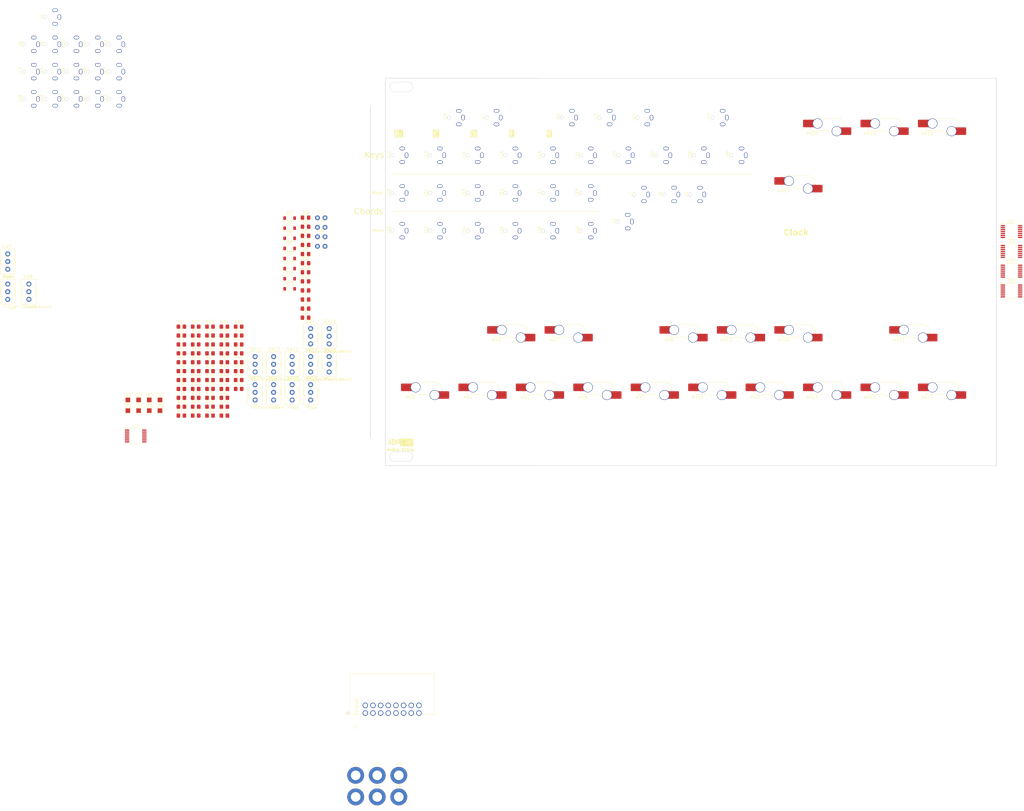
<source format=kicad_pcb>
(kicad_pcb (version 20240108) (generator "pcbnew") (generator_version "8.0")
  (layers (0 "F.Cu" signal) (31 "B.Cu" signal) (34 "B.Paste" user) (35 "F.Paste" user) (36 "B.SilkS" user "B.Silkscreen") (37 "F.SilkS" user "F.Silkscreen") (38 "B.Mask" user) (39 "F.Mask" user) (44 "Edge.Cuts" user))
  (net 0 "")
  (net 1 "+5V")
  (net 2 "+12V")
  (net 3 "-12V")
  (net 4 "/Bus/CON_GATE")
  (net 5 "/Bus/CON_CV")
  (net 12 "KBD_COM")
  (net 13 "KBD_C#")
  (net 14 "KBD_D")
  (net 15 "KBD_B-")
  (net 16 "KBD_C")
  (net 17 "KBD_F")
  (net 18 "KBD_F#")
  (net 19 "KBD_D#")
  (net 20 "KBD_E")
  (net 21 "KBD_A")
  (net 22 "KBD_A#")
  (net 23 "KBD_G")
  (net 24 "KBD_G#")
  (net 25 "KBD_C#+")
  (net 26 "KBD_D+")
  (net 27 "KBD_B")
  (net 28 "KBD_C+")
  (net 29 "TRIG_C#")
  (net 30 "CHORD BMaj-")
  (net 39 "TRIG_C#+")
  (net 40 "ARB TRIGGER IN")
  (net 41 "Net-(C1-Pad1)")
  (net 42 "STEP GATE IN")
  (net 43 "Net-(U8A-+)")
  (net 44 "Net-(C3-Pad1)")
  (net 45 "Net-(U8C-+)")
  (net 46 "RUN GATE IN")
  (net 47 "Net-(C5-Pad1)")
  (net 48 "RESET GATE IN")
  (net 49 "Net-(U9A-+)")
  (net 50 "ARB GATE IN")
  (net 51 "Net-(U9C-+)")
  (net 52 "Net-(C8-Pad1)")
  (net 53 "Net-(D1-K)")
  (net 54 "Net-(D1-A)")
  (net 55 "Net-(D2-K)")
  (net 56 "Net-(D2-A)")
  (net 57 "Net-(D3-A)")
  (net 58 "Net-(D4-A)")
  (net 59 "Net-(D5-A)")
  (net 60 "Net-(D6-K)")
  (net 61 "Net-(D6-A)")
  (net 62 "Net-(D7-A)")
  (net 63 "Net-(D8-A)")
  (net 64 "Net-(D8-K)")
  (net 65 "Net-(D9-A)")
  (net 66 "Net-(D10-A)")
  (net 67 "Net-(D10-K)")
  (net 68 "Net-(D11-A)")
  (net 69 "Net-(D12-K)")
  (net 70 "Net-(D12-A)")
  (net 71 "Net-(D13-A)")
  (net 72 "Net-(D14-A)")
  (net 73 "Net-(D14-K)")
  (net 74 "Net-(D15-A)")
  (net 75 "Net-(D16-K)")
  (net 76 "Net-(D16-A)")
  (net 77 "Net-(MX17-Pad1)")
  (net 78 "Net-(MX18-Pad1)")
  (net 79 "Net-(MX19-Pad1)")
  (net 80 "Net-(MX20-Pad1)")
  (net 81 "+12v")
  (net 82 "Net-(U8A--)")
  (net 83 "-12v")
  (net 84 "Net-(U8B-+)")
  (net 85 "Net-(SW6-A)")
  (net 86 "Net-(SW6-C)")
  (net 87 "Net-(U8C--)")
  (net 88 "Net-(SW9-A)")
  (net 89 "Net-(U8D--)")
  (net 90 "Net-(SW9-C)")
  (net 91 "Net-(U9A--)")
  (net 92 "Net-(SW13-A)")
  (net 93 "Net-(U9B-+)")
  (net 94 "Net-(SW13-C)")
  (net 95 "Net-(U9C--)")
  (net 96 "Net-(SW14-A)")
  (net 97 "Net-(U9D-+)")
  (net 98 "Net-(SW14-C)")
  (net 99 "Net-(SW7-B)")
  (net 100 "CLOCK")
  (net 101 "~{STEP CLK}")
  (net 102 "STEP CLK")
  (net 103 "RUN CLK")
  (net 104 "~{RUN CLK}")
  (net 105 "Net-(SW10-B)")
  (net 106 "Net-(SW11-B)")
  (net 107 "+5v")
  (net 108 "RUN")
  (net 109 "STEP_RESET")
  (net 110 "STEP RST")
  (net 111 "~{STEP RST}")
  (net 112 "ARBITRARY")
  (net 113 "ARB TRIGGER")
  (net 114 "~{ARB TRIGGER}")
  (net 115 "Net-(SW17-B)")
  (net 116 "Net-(SW18-B)")
  (net 117 "Net-(SW19-B)")
  (footprint "Resistor_SMD:R_0805_2012Metric_Pad1.20x1.40mm_HandSolder" (layer "F.Cu") (at 6.585546 135.870387)
    (property "Reference" "R3")
    (property "Value" "100k")
  )
  (footprint "Resistor_SMD:R_0805_2012Metric_Pad1.20x1.40mm_HandSolder" (layer "F.Cu") (at 6.585546 129.970387)
    (property "Reference" "R1")
    (property "Value" "1k")
  )
  (footprint "AT-Footprints:at-logo" (layer "F.Cu") (at 79.418236 166.780441)
    (property "Reference" "G***" (hide yes))
    (property "Value" "LOGO" (hide yes))
  )
  (footprint "Resistor_SMD:R_0805_2012Metric_Pad1.20x1.40mm_HandSolder" (layer "F.Cu") (at 6.585546 138.820387)
    (property "Reference" "R4")
    (property "Value" "100k")
  )
  (footprint "AT-Footprints:SJ3" (layer "F.Cu") (at -45.6725 54.43)
    (property "Reference" "J48")
    (property "Value" "Multiple")
    (fp_circle (center 0 0) (end 0.6 0) (stroke (width 0.1)) (fill none) (layer "Edge.Cuts"))
  )
  (footprint "PCM_marbastlib-mx:SW_MX_HS_CPG151101S11_1u" (layer "F.Cu") (at 162.9775 155.18)
    (property "Reference" "MX5")
    (property "Value" "F")
  )
  (footprint "AT-Footprints:SJ3" (layer "F.Cu") (at -38.5975 27.28)
    (property "Reference" "J4")
    (property "Value" "Multiple")
    (fp_circle (center 0 0) (end 0.6 0) (stroke (width 0.1)) (fill none) (layer "Edge.Cuts"))
  )
  (footprint "PCM_4ms_Switch:Switch_Toggle_SPDT_SubMini" (layer "F.Cu") (at 55.604186 133.150258)
    (property "Reference" "SW10")
    (property "Value" "Clock Invert")
  )
  (footprint "AT-Footprints:SJ3" (layer "F.Cu") (at -31.5225 36.33)
    (property "Reference" "J10")
    (property "Value" "Multiple")
    (fp_circle (center 0 0) (end 0.6 0) (stroke (width 0.1)) (fill none) (layer "Edge.Cuts"))
  )
  (footprint "PCM_4ms_Switch:Switch_Toggle_SPDT_SubMini" (layer "F.Cu") (at 31.037442 151.76)
    (property "Reference" "SW16")
    (property "Value" "Arbitrary Invert")
  )
  (footprint "PCM_marbastlib-mx:SW_MX_HS_CPG151101S11_1u" (layer "F.Cu") (at 124.8775 155.18)
    (property "Reference" "MX2")
    (property "Value" "D")
  )
  (footprint "MountingHole:MountingHole_3.2mm_M3_DIN965_Pad" (layer "F.Cu") (at 71.5375 278.785)
    (property "Reference" "H3")
    (property "Value" "M3")
  )
  (footprint "Diode_SMD:D_SOD-123" (layer "F.Cu") (at 42.490546 117.420387)
    (property "Reference" "D16")
    (property "Value" "1N4148W")
  )
  (footprint "Diode_SMD:D_SOD-123" (layer "F.Cu") (at 42.490546 114.070387)
    (property "Reference" "D14")
    (property "Value" "1N4148W")
  )
  (footprint "Resistor_SMD:R_0805_2012Metric_Pad1.20x1.40mm_HandSolder" (layer "F.Cu") (at 20.835546 144.720387)
    (property "Reference" "R39")
    (property "Value" "100k")
  )
  (footprint "PCM_marbastlib-mx:SW_MX_HS_CPG151101S11_1u" (layer "F.Cu") (at 201.0775 155.18)
    (property "Reference" "MX9")
    (property "Value" "A")
  )
  (footprint "AT-Footprints:SJ3" (layer "F.Cu") (at 89.0525 85.63)
    (property "Reference" "J31")
    (property "Value" "CMaj")
    (fp_circle (center 0 0) (end 0.6 0) (stroke (width 0.1)) (fill none) (layer "Edge.Cuts"))
  )
  (footprint "Resistor_SMD:R_0805_2012Metric_Pad1.20x1.40mm_HandSolder" (layer "F.Cu") (at 6.585546 153.570387)
    (property "Reference" "R9")
    (property "Value" "2.7k")
  )
  (footprint "Resistor_SMD:R_0805_2012Metric_Pad1.20x1.40mm_HandSolder" (layer "F.Cu") (at 16.085546 159.470387)
    (property "Reference" "R33")
    (property "Value" "2.2k")
  )
  (footprint "Capacitor_SMD:C_0805_2012Metric_Pad1.18x1.45mm_HandSolder" (layer "F.Cu") (at 47.765546 123.980387)
    (property "Reference" "C5")
    (property "Value" "1uF")
  )
  (footprint "Resistor_SMD:R_0805_2012Metric_Pad1.20x1.40mm_HandSolder" (layer "F.Cu") (at 20.835546 156.520387)
    (property "Reference" "R43")
    (property "Value" "1k")
  )
  (footprint "AT-Footprints:SJ3" (layer "F.Cu") (at 76.5525 98.13)
    (property "Reference" "J30")
    (property "Value" "Bm-")
    (fp_circle (center 0 0) (end 0.6 0) (stroke (width 0.1)) (fill none) (layer "Edge.Cuts"))
  )
  (footprint "AT-Footprints:SJ3" (layer "F.Cu") (at -24.4475 54.43)
    (property "Reference" "J51")
    (property "Value" "Multiple")
    (fp_circle (center 0 0) (end 0.6 0) (stroke (width 0.1)) (fill none) (layer "Edge.Cuts"))
  )
  (footprint "Capacitor_THT:C_Disc_D3.0mm_W1.6mm_P2.50mm" (layer "F.Cu") (at 51.715546 97.020387)
    (property "Reference" "C4")
    (property "Value" "0.01uF Disc")
  )
  (footprint "Resistor_SMD:R_0805_2012Metric_Pad1.20x1.40mm_HandSolder" (layer "F.Cu") (at 20.835546 138.820387)
    (property "Reference" "R37")
    (property "Value" "2.7k")
  )
  (footprint "LED_SMD:LED_0805_2012Metric_Pad1.15x1.40mm_HandSolder" (layer "F.Cu") (at 47.770546 102.865387)
    (property "Reference" "D7")
    (property "Value" "Fall")
  )
  (footprint "PCM_marbastlib-mx:SW_MX_HS_CPG151101S11_1u" (layer "F.Cu") (at 191.5525 136.13)
    (property "Reference" "MX12")
    (property "Value" "G#")
  )
  (footprint "PCM_marbastlib-mx:SW_MX_HS_CPG151101S11_1u" (layer "F.Cu") (at 239.1775 155.18)
    (property "Reference" "MX16")
    (property "Value" "C+")
  )
  (footprint "Resistor_SMD:R_0805_2012Metric_Pad1.20x1.40mm_HandSolder" (layer "F.Cu") (at 20.835546 159.470387)
    (property "Reference" "R44")
    (property "Value" "2.2k")
  )
  (footprint "Resistor_SMD:R_0805_2012Metric_Pad1.20x1.40mm_HandSolder" (layer "F.Cu") (at 16.085546 132.920387)
    (property "Reference" "R24")
    (property "Value" "2.7k")
  )
  (footprint "TestPoint:TestPoint_Pad_1.5x1.5mm" (layer "F.Cu") (at -7.614454 157.820387)
    (property "Reference" "TP4")
    (property "Value" "Falling")
  )
  (footprint "AT-Footprints:SJ3" (layer "F.Cu") (at 151.5525 73.13)
    (property "Reference" "J23")
    (property "Value" "Trigger A")
    (fp_circle (center 0 0) (end 0.6 0) (stroke (width 0.1)) (fill none) (layer "Edge.Cuts"))
  )
  (footprint "TestPoint:TestPoint_Pad_1.5x1.5mm" (layer "F.Cu") (at -7.614454 154.270387)
    (property "Reference" "TP3")
    (property "Value" "Rising")
  )
  (footprint "AT-Footprints:SJ3" (layer "F.Cu") (at 89.0525 73.13)
    (property "Reference" "J13")
    (property "Value" "Trigger C")
    (fp_circle (center 0 0) (end 0.6 0) (stroke (width 0.1)) (fill none) (layer "Edge.Cuts"))
  )
  (footprint "Resistor_SMD:R_0805_2012Metric_Pad1.20x1.40mm_HandSolder" (layer "F.Cu") (at 11.335546 132.920387)
    (property "Reference" "R13")
    (property "Value" "2.2k")
  )
  (footprint "MountingHole:MountingHole_3.2mm_M3_DIN965_Pad" (layer "F.Cu") (at 64.3875 278.785)
    (property "Reference" "H1")
    (property "Value" "M3")
  )
  (footprint "AT-Footprints:SJ3" (layer "F.Cu") (at 139.0525 85.63)
    (property "Reference" "J39")
    (property "Value" "GMaj")
    (fp_circle (center 0 0) (end 0.6 0) (stroke (width 0.1)) (fill none) (layer "Edge.Cuts"))
  )
  (footprint "Diode_SMD:D_SOD-123" (layer "F.Cu") (at 42.490546 97.320387)
    (property "Reference" "D2")
    (property "Value" "1N4148W")
  )
  (footprint "AT-Footprints:SJ3" (layer "F.Cu") (at 151.315 95.13)
    (property "Reference" "J3")
    (property "Value" "Clock In")
    (fp_circle (center 0 0) (end 0.6 0) (stroke (width 0.1)) (fill none) (layer "Edge.Cuts"))
  )
  (footprint "TestPoint:TestPoint_Pad_1.5x1.5mm" (layer "F.Cu") (at -11.164454 157.820387)
    (property "Reference" "TP2")
    (property "Value" "Falling")
  )
  (footprint "Diode_SMD:D_SOD-123" (layer "F.Cu") (at 42.490546 93.970387)
    (property "Reference" "D1")
    (property "Value" "1N4148W")
  )
  (footprint "Resistor_SMD:R_0805_2012Metric_Pad1.20x1.40mm_HandSolder" (layer "F.Cu") (at 20.835546 135.870387)
    (property "Reference" "R36")
    (property "Value" "1k")
  )
  (footprint "LED_SMD:LED_0805_2012Metric_Pad1.15x1.40mm_HandSolder" (layer "F.Cu") (at 47.770546 114.945387)
    (property "Reference" "D15")
    (property "Value" "Fall")
  )
  (footprint "PCM_marbastlib-mx:SW_MX_HS_CPG151101S11_1u" (layer "F.Cu") (at 172.5025 136.13)
    (property "Reference" "MX6")
    (property "Value" "F#")
  )
  (footprint "Resistor_SMD:R_0805_2012Metric_Pad1.20x1.40mm_HandSolder" (layer "F.Cu") (at 11.335546 159.470387)
    (property "Reference" "R22")
    (property "Value" "1k")
  )
  (footprint "AT-Footprints:SJ3" (layer "F.Cu") (at 114.0525 85.63)
    (property "Reference" "J35")
    (property "Value" "EMaj")
    (fp_circle (center 0 0) (end 0.6 0) (stroke (width 0.1)) (fill none) (layer "Edge.Cuts"))
  )
  (footprint "AT-Footprints:SJ3" (layer "F.Cu") (at 76.5525 73.13)
    (property "Reference" "J12")
    (property "Value" "Trigger B-")
    (fp_circle (center 0 0) (end 0.6 0) (stroke (width 0.1)) (fill none) (layer "Edge.Cuts"))
  )
  (footprint "Resistor_SMD:R_0805_2012Metric_Pad1.20x1.40mm_HandSolder" (layer "F.Cu") (at 25.585546 132.920387)
    (property "Reference" "R46")
    (property "Value" "1k")
  )
  (footprint "Resistor_SMD:R_0805_2012Metric_Pad1.20x1.40mm_HandSolder" (layer "F.Cu") (at 11.335546 147.670387)
    (property "Reference" "R18")
    (property "Value" "2.7k")
  )
  (footprint "PCM_marbastlib-mx:SW_MX_HS_CPG151101S11_1u" (layer "F.Cu") (at 210.6025 86.72)
    (property "Reference" "MX17")
    (property "Value" "Clock")
  )
  (footprint "Package_SO:TSSOP-14_4.4x5mm_P0.65mm" (layer "F.Cu") (at 281.9 98.435)
    (property "Reference" "U1")
    (property "Value" "CD4066BM")
  )
  (footprint "AT-Footprints:SJ3" (layer "F.Cu") (at -45.6725 36.33)
    (property "Reference" "J8")
    (property "Value" "Multiple")
    (fp_circle (center 0 0) (end 0.6 0) (stroke (width 0.1)) (fill none) (layer "Edge.Cuts"))
  )
  (footprint "Resistor_SMD:R_0805_2012Metric_Pad1.20x1.40mm_HandSolder" (layer "F.Cu") (at 6.585546 159.470387)
    (property "Reference" "R11")
    (property "Value" "1k")
  )
  (footprint "AT-Footprints:SJ3" (layer "F.Cu") (at -17.3725 36.33)
    (property "Reference" "J42")
    (property "Value" "Multiple")
    (fp_circle (center 0 0) (end 0.6 0) (stroke (width 0.1)) (fill none) (layer "Edge.Cuts"))
  )
  (footprint "AT-Footprints:SJ3" (layer "F.Cu") (at 76.5525 85.63)
    (property "Reference" "J29")
    (property "Value" "BMaj-")
    (fp_circle (center 0 0) (end 0.6 0) (stroke (width 0.1)) (fill none) (layer "Edge.Cuts"))
  )
  (footprint "PCM_4ms_Switch:Switch_Toggle_SPDT_SubMini" (layer "F.Cu") (at 37.179128 151.76)
    (property "Reference" "SW17")
    (property "Value" "Mode")
  )
  (footprint "AT-Footprints:SJ3" (layer "F.Cu") (at -45.6725 45.38)
    (property "Reference" "J43")
    (property "Value" "Multiple")
    (fp_circle (center 0 0) (end 0.6 0) (stroke (width 0.1)) (fill none) (layer "Edge.Cuts"))
  )
  (footprint "AT-Footprints:SJ3" (layer "F.Cu") (at -31.5225 45.38)
    (property "Reference" "J45")
    (property "Value" "Multiple")
    (fp_circle (center 0 0) (end 0.6 0) (stroke (width 0.1)) (fill none) (layer "Edge.Cuts"))
  )
  (footprint "Resistor_SMD:R_0805_2012Metric_Pad1.20x1.40mm_HandSolder" (layer "F.Cu") (at 11.335546 144.720387)
    (property "Reference" "R17")
    (property "Value" "1k")
  )
  (footprint "Package_SO:TSSOP-14_4.4x5mm_P0.65mm" (layer "F.Cu") (at 281.9 111.565)
    (property "Reference" "U3")
    (property "Value" "CD4066BM")
  )
  (footprint "TestPoint:TestPoint_Pad_1.5x1.5mm" (layer "F.Cu") (at -4.064454 154.270387)
    (property "Reference" "TP5")
    (property "Value" "Rising")
  )
  (footprint "Resistor_SMD:R_0805_2012Metric_Pad1.20x1.40mm_HandSolder" (layer "F.Cu") (at 25.585546 141.770387)
    (property "Reference" "R49")
    (property "Value" "2.2k")
  )
  (footprint "AT-Footprints:SJ3" (layer "F.Cu") (at 126.5525 98.13)
    (property "Reference" "J38")
    (property "Value" "Fm")
    (fp_circle (center 0 0) (end 0.6 0) (stroke (width 0.1)) (fill none) (layer "Edge.Cuts"))
  )
  (footprint "PCM_4ms_Switch:Switch_Toggle_SPDT_SubMini" (layer "F.Cu") (at 55.604186 142.455129)
    (property "Reference" "SW15")
    (property "Value" "Reset Invert")
  )
  (footprint "PCM_marbastlib-mx:SW_MX_HS_CPG151101S11_1u" (layer "F.Cu") (at 143.9275 155.18)
    (property "Reference" "MX8")
    (property "Value" "E")
  )
  (footprint "AT-Footprints:SJ3" (layer "F.Cu") (at 89.0525 98.13)
    (property "Reference" "J32")
    (property "Value" "Cm")
    (fp_circle (center 0 0) (end 0.6 0) (stroke (width 0.1)) (fill none) (layer "Edge.Cuts"))
  )
  (footprint "Capacitor_SMD:C_0805_2012Metric_Pad1.18x1.45mm_HandSolder" (layer "F.Cu") (at 47.765546 120.970387)
    (property "Reference" "C3")
    (property "Value" "1uF")
  )
  (footprint "AT-Footprints:SJ3" (layer "F.Cu") (at 176.5525 73.13)
    (property "Reference" "J26")
    (property "Value" "Trigger C+")
    (fp_circle (center 0 0) (end 0.6 0) (stroke (width 0.1)) (fill none) (layer "Edge.Cuts"))
  )
  (footprint "PCM_marbastlib-mx:SW_MX_HS_CPG151101S11_1u" (layer "F.Cu") (at 134.4025 136.13)
    (property "Reference" "MX7")
    (property "Value" "D#")
  )
  (footprint "Capacitor_SMD:C_0805_2012Metric_Pad1.18x1.45mm_HandSolder" (layer "F.Cu") (at 47.765546 126.990387)
    (property "Reference" "C8")
    (property "Value" "1uF")
  )
  (footprint "AT-Footprints:SJ3" (layer "F.Cu") (at -38.5975 54.43)
    (property "Reference" "J49")
    (property "Value" "Multiple")
    (fp_circle (center 0 0) (end 0.6 0) (stroke (width 0.1)) (fill none) (layer "Edge.Cuts"))
  )
  (footprint "TestPoint:TestPoint_Pad_1.5x1.5mm" (layer "F.Cu") (at -11.164454 154.270387)
    (property "Reference" "TP1")
    (property "Value" "Rising")
  )
  (footprint "AT-Footprints:SJ3" (layer "F.Cu") (at -24.4475 45.38)
    (property "Reference" "J46")
    (property "Value" "Multiple")
    (fp_circle (center 0 0) (end 0.6 0) (stroke (width 0.1)) (fill none) (layer "Edge.Cuts"))
  )
  (footprint "Resistor_SMD:R_0805_2012Metric_Pad1.20x1.40mm_HandSolder" (layer "F.Cu") (at 20.835546 132.920387)
    (property "Reference" "R35")
    (property "Value" "1k")
  )
  (footprint "Resistor_SMD:R_0805_2012Metric_Pad1.20x1.40mm_HandSolder" (layer "F.Cu") (at 16.085546 153.570387)
    (property "Reference" "R31")
    (property "Value" "2.7k")
  )
  (footprint "PCM_4ms_Switch:Switch_Toggle_SPDT_SubMini" (layer "F.Cu") (at 49.4625 133.150258)
    (property "Reference" "SW9")
    (property "Value" "Trigger Direction")
  )
  (footprint "MountingHole:MountingHole_3.2mm_M3_DIN965_Pad" (layer "F.Cu") (at 71.5375 285.935)
    (property "Reference" "H4")
    (property "Value" "M3")
  )
  (footprint "PCM_4ms_Switch:Switch_Toggle_SPDT_SubMini" (layer "F.Cu") (at -50.9975 118.38)
    (property "Reference" "SW6")
    (property "Value" "Trigger Direction")
  )
  (footprint "LED_SMD:LED_0805_2012Metric_Pad1.15x1.40mm_HandSolder" (layer "F.Cu") (at 47.770546 111.925387)
    (property "Reference" "D13")
    (property "Value" "Rise")
  )
  (footprint "Capacitor_THT:C_Disc_D3.0mm_W1.6mm_P2.50mm" (layer "F.Cu") (at 51.715546 103.320387)
    (property "Reference" "C7")
    (property "Value" "0.01uF Disc")
  )
  (footprint "PCM_marbastlib-mx:SW_MX_HS_CPG151101S11_1u" (layer "F.Cu") (at 220.1275 67.67)
    (property "Reference" "MX20")
    (property "Value" "Arbitrary")
  )
  (footprint "AT-Footprints:SJ3" (layer "F.Cu") (at 114.0525 73.13)
    (property "Reference" "J18")
    (property "Value" "Trigger E")
    (fp_circle (center 0 0) (end 0.6 0) (stroke (width 0.1)) (fill none) (layer "Edge.Cuts"))
  )
  (footprint "Diode_SMD:D_SOD-123" (layer "F.Cu") (at 42.490546 100.670387)
    (property "Reference" "D6")
    (property "Value" "1N4148W")
  )
  (footprint "Resistor_SMD:R_0805_2012Metric_Pad1.20x1.40mm_HandSolder" (layer "F.Cu") (at 11.335546 156.520387)
    (property "Reference" "R21")
    (property "Value" "100k")
  )
  (footprint "Resistor_SMD:R_0805_2012Metric_Pad1.20x1.40mm_HandSolder" (layer "F.Cu") (at 16.085546 150.620387)
    (property "Reference" "R30")
    (property "Value" "1k")
  )
  (footprint "AT-Footprints:SJ3" (layer "F.Cu") (at 95.3025 60.63)
    (property "Reference" "J15")
    (property "Value" "Trigger C#")
    (fp_circle (center 0 0) (end 0.6 0) (stroke (width 0.1)) (fill none) (layer "Edge.Cuts"))
  )
  (footprint "Diode_SMD:D_SOD-123" (layer "F.Cu") (at 42.490546 110.720387)
    (property "Reference" "D12")
    (property "Value" "1N4148W")
  )
  (footprint "Resistor_SMD:R_0805_2012Metric_Pad1.20x1.40mm_HandSolder" (layer "F.Cu") (at 6.585546 144.720387)
    (property "Reference" "R6")
    (property "Value" "100k")
  )
  (footprint "AT-Footprints:SJ3" (layer "F.Cu") (at 145.3025 60.63)
    (property "Reference" "J22")
    (property "Value" "Trigger G#")
    (fp_circle (center 0 0) (end 0.6 0) (stroke (width 0.1)) (fill none) (layer "Edge.Cuts"))
  )
  (footprint "PCM_marbastlib-mx:SW_MX_HS_CPG151101S11_1u" (layer "F.Cu") (at 86.7775 155.18)
    (property "Reference" "MX3")
    (property "Value" "B-")
  )
  (footprint "AT-Footprints:SJ3" (layer "F.Cu") (at 126.5525 85.63)
    (property "Reference" "J37")
    (property "Value" "FMaj")
    (fp_circle (center 0 0) (end 0.6 0) (stroke (width 0.1)) (fill none) (layer "Edge.Cuts"))
  )
  (footprint "Resistor_SMD:R_0805_2012Metric_Pad1.20x1.40mm_HandSolder" (layer "F.Cu") (at 16.085546 147.670387)
    (property "Reference" "R29")
    (property "Value" "100k")
  )
  (footprint "LED_SMD:LED_0805_2012Metric_Pad1.15x1.40mm_HandSolder" (layer "F.Cu") (at 47.770546 108.905387)
    (property "Reference" "D11")
    (property "Value" "Fall")
  )
  (footprint "Package_SO:TSSOP-14_4.4x5mm_P0.65mm" (layer "F.Cu") (at -8.564454 166.235387)
    (property "Reference" "U7")
    (property "Value" "40106")
  )
  (footprint "LED_SMD:LED_0805_2012Metric_Pad1.15x1.40mm_HandSolder" (layer "F.Cu") (at 47.770546 96.825387)
    (property "Reference" "D4")
    (property "Value" "Fall")
  )
  (footprint "Resistor_SMD:R_0805_2012Metric_Pad1.20x1.40mm_HandSolder" (layer "F.Cu") (at 6.585546 147.670387)
    (property "Reference" "R7")
    (property "Value" "1k")
  )
  (footprint "Resistor_SMD:R_0805_2012Metric_Pad1.20x1.40mm_HandSolder" (layer "F.Cu") (at 11.335546 150.620387)
    (property "Reference" "R19")
    (property "Value" "1k")
  )
  (footprint "MountingHole:MountingHole_3.2mm_M3_DIN965_Pad" (layer "F.Cu") (at 78.6875 278.785)
    (property "Reference" "H5")
    (property "Value" "M3")
  )
  (footprint "Resistor_SMD:R_0805_2012Metric_Pad1.20x1.40mm_HandSolder" (layer "F.Cu") (at 6.585546 132.920387)
    (property "Reference" "R2")
    (property "Value" "10k")
  )
  (footprint "AT-Footprints:SJ3" (layer "F.Cu") (at 101.5525 98.13)
    (property "Reference" "J34")
    (property "Value" "Dm")
    (fp_circle (center 0 0) (end 0.6 0) (stroke (width 0.1)) (fill none) (layer "Edge.Cuts"))
  )
  (footprint "AT-Footprints:SJ3" (layer "F.Cu") (at 189.0525 73.13)
    (property "Reference" "J28")
    (property "Value" "Trigger D+")
    (fp_circle (center 0 0) (end 0.6 0) (stroke (width 0.1)) (fill none) (layer "Edge.Cuts"))
  )
  (footprint "PCM_4ms_Switch:Switch_Toggle_SPDT_SubMini" (layer "F.Cu") (at -50.9975 108.38)
    (property "Reference" "SW7")
    (property "Value" "Mode")
  )
  (footprint "Resistor_SMD:R_0805_2012Metric_Pad1.20x1.40mm_HandSolder" (layer "F.Cu") (at 20.835546 153.570387)
    (property "Reference" "R42")
    (property "Value" "2.7k")
  )
  (footprint "Resistor_SMD:R_0805_2012Metric_Pad1.20x1.40mm_HandSolder" (layer "F.Cu") (at 16.085546 141.770387)
    (property "Reference" "R27")
    (property "Value" "1k")
  )
  (footprint "Resistor_SMD:R_0805_2012Metric_Pad1.20x1.40mm_HandSolder" (layer "F.Cu") (at 20.835546 150.620387)
    (property "Reference" "R41")
    (property "Value" "1k")
  )
  (footprint "Resistor_SMD:R_0805_2012Metric_Pad1.20x1.40mm_HandSolder" (layer "F.Cu") (at 11.335546 138.820387)
    (property "Reference" "R15")
    (property "Value" "10k")
  )
  (footprint "PCM_marbastlib-mx:SW_MX_HS_CPG151101S11_1u" (layer "F.Cu") (at 248.7025 136.13)
    (property "Reference" "MX13")
    (property "Value" "C#+")
  )
  (footprint "AT-Footprints:SJ3" (layer "F.Cu") (at 157.8025 60.63)
    (property "Reference" "J24")
    (property "Value" "Trigger A#")
    (fp_circle (center 0 0) (end 0.6 0) (stroke (width 0.1)) (fill none) (layer "Edge.Cuts"))
  )
  (footprint "TestPoint:TestPoint_Pad_1.5x1.5mm" (layer "F.Cu") (at -4.064454 157.820387)
    (property "Reference" "TP6")
    (property "Value" "Falling")
  )
  (footprint "Resistor_SMD:R_0805_2012Metric_Pad1.20x1.40mm_HandSolder" (layer "F.Cu") (at 11.335546 135.870387)
    (property "Reference" "R14")
    (property "Value" "1k")
  )
  (footprint "Resistor_SMD:R_0805_2012Metric_Pad1.20x1.40mm_HandSolder" (layer "F.Cu") (at 20.835546 141.770387)
    (property "Reference" "R38")
    (property "Value" "2.2k")
  )
  (footprint "Resistor_SMD:R_0805_2012Metric_Pad1.20x1.40mm_HandSolder" (layer "F.Cu") (at 6.585546 141.770387)
    (property "Reference" "R5")
    (property "Value" "1k")
  )
  (footprint "TestPoint:TestPoint_Pad_1.5x1.5mm" (layer "F.Cu") (at -0.514454 157.820387)
    (property "Reference" "TP8")
    (property "Value" "Falling")
  )
  (footprint "AT-Footprints:SJ3" (layer "F.Cu") (at 101.5525 85.63)
    (property "Reference" "J33")
    (property "Value" "DMaj")
    (fp_circle (center 0 0) (end 0.6 0) (stroke (width 0.1)) (fill none) (layer "Edge.Cuts"))
  )
  (footprint "Resistor_SMD:R_0805_2012Metric_Pad1.20x1.40mm_HandSolder" (layer "F.Cu") (at 16.085546 144.720387)
    (property "Reference" "R28")
    (property "Value" "10k")
  )
  (footprint "AT-Footprints:SJ3" (layer "F.Cu") (at -17.3725 54.43)
    (property "Reference" "J52")
    (property "Value" "Multiple")
    (fp_circle (center 0 0) (end 0.6 0) (stroke (width 0.1)) (fill none) (layer "Edge.Cuts"))
  )
  (footprint "Package_SO:TSSOP-14_4.4x5mm_P0.65mm" (layer "F.Cu") (at 281.9 105)
    (property "Reference" "U2")
    (property "Value" "CD4066BM")
  )
  (footprint "PCM_marbastlib-mx:SW_MX_HS_CPG151101S11_1u" (layer "F.Cu") (at 258.2275 67.67)
    (property "Reference" "MX18")
    (property "Value" "Run")
  )
  (footprint "AT-Footprints:SJ3" (layer "F.Cu") (at 101.5525 73.13)
    (property "Reference" "J16")
    (property "Value" "Trigger D")
    (fp_circle (center 0 0) (end 0.6 0) (stroke (width 0.1)) (fill none) (layer "Edge.Cuts"))
  )
  (footprint "AT-Footprints:SJ3" (layer "F.Cu") (at 166.7025 86.13)
    (property "Reference" "J6")
    (property "Value" "Reset In")
    (fp_circle (center 0 0) (end 0.6 0) (stroke (width 0.1)) (fill none) (layer "Edge.Cuts"))
  )
  (footprint "PCM_marbastlib-mx:SW_MX_HS_CPG151101S11_1u" (layer "F.Cu") (at 220.1275 155.18)
    (property "Reference" "MX15")
    (property "Value" "B")
  )
  (footprint "PCM_4ms_Switch:Switch_Toggle_SPDT_SubMini" (layer "F.Cu") (at 31.037442 142.455129)
    (property "Reference" "SW11")
    (property "Value" "Run Manual")
  )
  (footprint "AT-Footprints:SJ3" (layer "F.Cu") (at 114.0525 98.13)
    (property "Reference" "J36")
    (property "Value" "Em")
    (fp_circle (center 0 0) (end 0.6 0) (stroke (width 0.1)) (fill none) (layer "Edge.Cuts"))
  )
  (footprint "Capacitor_THT:C_Disc_D3.0mm_W1.6mm_P2.50mm" (layer "F.Cu") (at 51.715546 93.870387)
    (property "Reference" "C2")
    (property "Value" "0.01uF Disc")
  )
  (footprint "Resistor_SMD:R_0805_2012Metric_Pad1.20x1.40mm_HandSolder" (layer "F.Cu") (at 6.585546 156.520387)
    (property "Reference" "R10")
    (property "Value" "2.2k")
  )
  (footprint "PCM_marbastlib-mx:SW_MX_HS_CPG151101S11_1u" (layer "F.Cu") (at 239.1775 67.67)
    (property "Reference" "MX19")
    (property "Value" "Reset")
  )
  (footprint "PCM_marbastlib-mx:SW_MX_HS_CPG151101S11_1u" (layer "F.Cu") (at 105.8275 155.18)
    (property "Reference" "MX4")
    (property "Value" "C")
  )
  (footprint "PCM_4ms_Switch:Switch_Toggle_SPDT_SubMini" (layer "F.Cu") (at 49.4625 151.76)
    (property "Reference" "SW19")
    (property "Value" "Mode")
  )
  (footprint "AT-Footprints:SJ3" (layer "F.Cu") (at 126.5525 73.13)
    (property "Reference" "J19")
    (property "Value" "Trigger F")
    (fp_circle (center 0 0) (end 0.6 0) (stroke (width 0.1)) (fill none) (layer "Edge.Cuts"))
  )
  (footprint "Resistor_SMD:R_0805_2012Metric_Pad1.20x1.40mm_HandSolder" (layer "F.Cu") (at 20.835546 129.970387)
    (property "Reference" "R34")
    (property "Value" "100k")
  )
  (footprint "AT-Footprints:SJ3" (layer "F.Cu") (at 139.0525 98.13)
    (property "Reference" "J40")
    (property "Value" "Gm")
    (fp_circle (center 0 0) (end 0.6 0) (stroke (width 0.1)) (fill none) (layer "Edge.Cuts"))
  )
  (footprint "AT-Footprints:SJ3" (layer "F.Cu") (at -38.5975 45.38)
    (property "Reference" "J44")
    (property "Value" "Multiple")
    (fp_circle (center 0 0) (end 0.6 0) (stroke (width 0.1)) (fill none) (layer "Edge.Cuts"))
  )
  (footprint "AT-Footprints:SJ3" (layer "F.Cu") (at 164.0525 73.13)
    (property "Reference" "J25")
    (property "Value" "Trigger B")
    (fp_circle (center 0 0) (end 0.6 0) (stroke (width 0.1)) (fill none) (layer "Edge.Cuts"))
  )
  (footprint "Capacitor_SMD:C_0805_2012Metric_Pad1.18x1.45mm_HandSolder" (layer "F.Cu") (at 47.765546 117.960387)
    (property "Reference" "C1")
    (property "Value" "1uF")
  )
  (footprint "LED_SMD:LED_0805_2012Metric_Pad1.15x1.40mm_HandSolder" (layer "F.Cu") (at 47.770546 93.805387)
    (property "Reference" "D3")
    (property "Value" "Rise")
  )
  (footprint "AT-Footprints:SJ3" (layer "F.Cu") (at 175.315 86.13)
    (property "Reference" "J5")
    (property "Value" "Run In")
    (fp_circle (center 0 0) (end 0.6 0) (stroke (width 0.1)) (fill none) (layer "Edge.Cuts"))
  )
  (footprint "Resistor_SMD:R_0805_2012Metric_Pad1.20x1.40mm_HandSolder" (layer "F.Cu") (at 25.585546 135.870387)
    (property "Reference" "R47")
    (property "Value" "1k")
  )
  (footprint "Resistor_SMD:R_0805_2012Metric_Pad1.20x1.40mm_HandSolder" (layer "F.Cu") (at 20.835546 147.670387)
    (property "Reference" "R40")
    (property "Value" "100k")
  )
  (footprint "Diode_SMD:D_SOD-123" (layer "F.Cu") (at 42.490546 104.020387)
    (property "Reference" "D8")
    (property "Value" "1N4148W")
  )
  (footprint "Resistor_SMD:R_0805_2012Metric_Pad1.20x1.40mm_HandSolder" (layer "F.Cu") (at 6.585546 150.620387)
    (property "Reference" "R8")
    (property "Value" "1k")
  )
  (footprint "PCM_4ms_Switch:Switch_Toggle_SPDT_SubMini" (layer "F.Cu") (at 43.320814 151.76)
    (property "Reference" "SW18")
    (property "Value" "Mode")
  )
  (footprint "AT-Footprints:SJ3" (layer "F.Cu") (at 182.8025 60.63)
    (property "Reference" "J27")
    (property "Value" "Trigger C#+")
    (fp_circle (center 0 0) (end 0.6 0) (stroke (width 0.1)) (fill none) (layer "Edge.Cuts"))
  )
  (footprint "Resistor_SMD:R_0805_2012Metric_Pad1.20x1.40mm_HandSolder" (layer "F.Cu") (at 25.585546 150.620387)
    (property "Reference" "R52")
    (property "Value" "10k")
  )
  (footprint "AT-Footprints:SJ3" (layer "F.Cu") (at 107.8025 60.63)
    (property "Reference" "J17")
    (property "Value" "Trigger D#")
    (fp_circle (center 0 0) (end 0.6 0) (stroke (width 0.1)) (fill none) (layer "Edge.Cuts"))
  )
  (footprint "PCM_4ms_Switch:Switch_Toggle_SPDT_SubMini" (layer "F.Cu") (at 37.179128 142.455129)
    (property "Reference" "SW12")
    (property "Value" "Run Mode")
  )
  (footprint "LED_SMD:LED_0805_2012Metric_Pad1.15x1.40mm_HandSolder" (layer "F.Cu") (at 47.770546 99.845387)
    (property "Reference" "D5")
    (property "Value" "Rise")
  )
  (footprint "Capacitor_THT:C_Disc_D3.0mm_W1.6mm_P2.50mm" (layer "F.Cu") (at 51.715546 100.170387)
    (property "Reference" "C6")
    (property "Value" "0.01uF Disc")
  )
  (footprint "PCM_4ms_Switch:Switch_Toggle_SPDT_SubMini" (layer "F.Cu") (at -43.9975 118.38)
    (property "Reference" "SW8")
    (property "Value" "Clock Invert")
  )
  (footprint "Resistor_SMD:R_0805_2012Metric_Pad1.20x1.40mm_HandSolder" (layer "F.Cu") (at 16.085546 138.820387)
    (property "Reference" "R26")
    (property "Value" "100k")
  )
  (footprint "MountingHole:MountingHole_3.2mm_M3_DIN965_Pad" (layer "F.Cu") (at 78.6875 285.935)
    (property "Reference" "H6")
    (property "Value" "M3")
  )
  (footprint "Diode_SMD:D_SOD-123" (layer "F.Cu") (at 42.490546 107.370387)
    (property "Reference" "D10")
    (property "Value" "1N4148W")
  )
  (footprint "AT-Footprints:SJ3" (layer "F.Cu") (at -17.3725 45.38)
    (property "Reference" "J47")
    (property "Value" "Multiple")
    (fp_circle (center 0 0) (end 0.6 0) (stroke (width 0.1)) (fill none) (layer "Edge.Cuts"))
  )
  (footprint "AT-Footprints:SJ3" (layer "F.Cu") (at 156.7025 86.13)
    (property "Reference" "J7")
    (property "Value" "Arbirary In")
    (fp_circle (center 0 0) (end 0.6 0) (stroke (width 0.1)) (fill none) (layer "Edge.Cuts"))
  )
  (footprint "Resistor_SMD:R_0805_2012Metric_Pad1.20x1.40mm_HandSolder" (layer "F.Cu") (at 16.085546 156.520387)
    (property "Reference" "R32")
    (property "Value" "1k")
  )
  (footprint "PCM_marbastlib-mx:SW_MX_HS_CPG151101S11_1u" (layer "F.Cu") (at 182.0275 155.18)
    (property "Reference" "MX11")
    (property "Value" "G")
  )
  (footprint "PCM_4ms_Switch:Switch_Toggle_SPDT_SubMini" (layer "F.Cu") (at 49.4625 142.455129)
    (property "Reference" "SW14")
    (property "Value" "Trigger Direction")
  )
  (footprint "PCM_marbastlib-mx:SW_MX_HS_CPG151101S11_1u" (layer "F.Cu") (at 258.2275 155.18)
    (property "Reference" "MX14")
    (property "Value" "D+")
  )
  (footprint "PCM_marbastlib-mx:SW_MX_HS_CPG151101S11_1u" (layer "F.Cu") (at 115.3525 136.13)
    (property "Reference" "MX1")
    (property "Value" "C#")
  )
  (footprint "PCM_marbastlib-mx:SW_MX_HS_CPG151101S11_1u" (layer "F.Cu") (at 210.6025 136.13)
    (property "Reference" "MX10")
    (property "Value" "A#")
  )
  (footprint "Resistor_SMD:R_0805_2012Metric_Pad1.20x1.40mm_HandSolder" (layer "F.Cu") (at 16.085546 135.870387)
    (property "Reference" "R25")
    (property "Value" "2.2k")
  )
  (footprint "AT-Footprints:SJ3" (layer "F.Cu") (at -38.5975 36.33)
    (property "Reference" "J9")
    (property "Value" "Multiple")
    (fp_circle (center 0 0) (end 0.6 0) (stroke (width 0.1)) (fill none) (layer "Edge.Cuts"))
  )
  (footprint "AT-Footprints:SJ3" (layer "F.Cu") (at 139.0525 73.13)
    (property "Reference" "J21")
    (property "Value" "Trigger G")
    (fp_circle (center 0 0) (end 0.6 0) (stroke (width 0.1)) (fill none) (layer "Edge.Cuts"))
  )
  (footprint "Package_SO:TSSOP-14_4.4x5mm_P0.65mm" (layer "F.Cu") (at 281.9 118.13)
    (property "Reference" "U4")
    (property "Value" "CD4066BM")
  )
  (footprint "Resistor_SMD:R_0805_2012Metric_Pad1.20x1.40mm_HandSolder" (layer "F.Cu") (at 25.585546 138.820387)
    (property "Reference" "R48")
    (property "Value" "2.7k")
  )
  (footprint "Resistor_SMD:R_0805_2012Metric_Pad1.20x1.40mm_HandSolder" (layer "F.Cu") (at 11.335546 153.570387)
    (property "Reference" "R20")
    (property "Value" "2.2k")
  )
  (footprint "LED_SMD:LED_0805_2012Metric_Pad1.15x1.40mm_HandSolder" (layer "F.Cu") (at 47.770546 105.885387)
    (property "Reference" "D9")
    (property "Value" "Rise")
  )
  (footprint "Resistor_SMD:R_0805_2012Metric_Pad1.20x1.40mm_HandSolder" (layer "F.Cu") (at 16.085546 129.970387)
    (property "Reference" "R23")
    (property "Value" "1k")
  )
  (footprint "Resistor_SMD:R_0805_2012Metric_Pad1.20x1.40mm_HandSolder" (layer "F.Cu") (at 11.335546 129.970387)
    (property "Reference" "R12")
    (property "Value" "2.7k")
  )
  (footprint "Resistor_SMD:R_0805_2012Metric_Pad1.20x1.40mm_HandSolder" (layer "F.Cu") (at 25.585546 147.670387)
    (property "Reference" "R51")
    (property "Value" "1k")
  )
  (footprint "Resistor_SMD:R_0805_2012Metric_Pad1.20x1.40mm_HandSolder" (layer "F.Cu") (at 11.335546 141.770387)
    (property "Reference" "R16")
    (property "Value" "100k")
  )
  (footprint "AT-Footprints:SJ3" (layer "F.Cu") (at -24.4475 36.33)
    (property "Reference" "J41")
    (property "Value" "Multiple")
    (fp_circle (center 0 0) (end 0.6 0) (stroke (width 0.1)) (fill none) (layer "Edge.Cuts"))
  )
  (footprint "TestPoint:TestPoint_Pad_1.5x1.5mm" (layer "F.Cu") (at -0.514454 154.270387)
    (property "Reference" "TP7")
    (property "Value" "Rising")
  )
  (footprint "AT-Footprints:SJ3" (layer "F.Cu") (at 132.8025 60.63)
    (property "Reference" "J20")
    (property "Value" "Trigger F#")
    (fp_circle (center 0 0) (end 0.6 0) (stroke (width 0.1)) (fill none) (layer "Edge.Cuts"))
  )
  (footprint "AT-Footprints:SJ3" (layer "F.Cu") (at -31.5225 54.43)
    (property "Reference" "J50")
    (property "Value" "Multiple")
    (fp_circle (center 0 0) (end 0.6 0) (stroke (width 0.1)) (fill none) (layer "Edge.Cuts"))
  )
  (footprint "Resistor_SMD:R_0805_2012Metric_Pad1.20x1.40mm_HandSolder" (layer "F.Cu") (at 25.585546 129.970387)
    (property "Reference" "R45")
    (property "Value" "100k")
  )
  (footprint "MountingHole:MountingHole_3.2mm_M3_DIN965_Pad" (layer "F.Cu") (at 64.3875 285.935)
    (property "Reference" "H2")
    (property "Value" "M3")
  )
  (footprint "AT-Footprints:EURORACK Right Angle" (layer "F.Cu") (at 67.5855 258.128999)
    (property "Reference" "J2")
    (property "Value" "OPT EURO")
  )
  (footprint "Resistor_SMD:R_0805_2012Metric_Pad1.20x1.40mm_HandSolder" (layer "F.Cu") (at 25.585546 144.720387)
    (property "Reference" "R50")
    (property "Value" "100k")
  )
  (footprint "PCM_4ms_Switch:Switch_Toggle_SPDT_SubMini" (layer "F.Cu") (at 43.320814 142.455129)
    (property "Reference" "SW13")
    (property "Value" "Trigger Direction")
  )
  (gr_line (start 75.9525 79.38) (end 195.9525 79.38) (stroke (width 0.1)) (layer "F.SilkS"))
  (gr_line (start 75.9525 91.88) (end 145.9525 91.88) (stroke (width 0.1)) (layer "F.SilkS"))
  (gr_line (start 114.5625 47.55) (end 124.7625 47.55) (stroke (width 0.15)) (layer "Edge.Cuts"))
  (gr_line (start 74.2625 176.05) (end 81.7625 176.05) (stroke (width 0.15)) (layer "Edge.Cuts"))
  (gr_line (start 94.2625 47.55) (end 104.2625 47.55) (stroke (width 0.15)) (layer "Edge.Cuts"))
  (gr_arc (start 77.2625 174.65) (mid 75.6625 173.05) (end 77.2625 171.45) (stroke (width 0.1)) (layer "Edge.Cuts"))
  (gr_line (start 84.0625 47.55) (end 81.7625 47.55) (stroke (width 0.15)) (layer "Edge.Cuts"))
  (gr_line (start 276.8625 176.05) (end 124.7625 176.05) (stroke (width 0.1)) (layer "Edge.Cuts"))
  (gr_arc (start 77.2625 52.05) (mid 75.6625 50.45) (end 77.2625 48.85) (stroke (width 0.1)) (layer "Edge.Cuts"))
  (gr_line (start 276.8625 47.55) (end 124.7625 47.55) (stroke (width 0.1)) (layer "Edge.Cuts"))
  (gr_line (start 84.0625 47.55) (end 94.2625 47.55) (stroke (width 0.15)) (layer "Edge.Cuts"))
  (gr_line (start 104.2625 47.55) (end 114.5625 47.55) (stroke (width 0.15)) (layer "Edge.Cuts"))
  (gr_line (start 77.2625 52.05) (end 81.7625 52.05) (stroke (width 0.1)) (layer "Edge.Cuts"))
  (gr_line (start 81.7625 174.65) (end 77.2625 174.65) (stroke (width 0.1)) (layer "Edge.Cuts"))
  (gr_line (start 104.2625 176.05) (end 114.5625 176.05) (stroke (width 0.15)) (layer "Edge.Cuts"))
  (gr_line (start 77.2625 171.45) (end 81.7625 171.45) (stroke (width 0.1)) (layer "Edge.Cuts"))
  (gr_line (start 84.0625 176.05) (end 81.7625 176.05) (stroke (width 0.15)) (layer "Edge.Cuts"))
  (gr_arc (start 81.7625 48.85) (mid 83.3625 50.45) (end 81.7625 52.05) (stroke (width 0.1)) (layer "Edge.Cuts"))
  (gr_line (start 276.8625 176.05) (end 276.8625 47.55) (stroke (width 0.15)) (layer "Edge.Cuts"))
  (gr_line (start 94.2625 176.05) (end 104.2625 176.05) (stroke (width 0.15)) (layer "Edge.Cuts"))
  (gr_line (start 69.2625 56.8) (end 69.2625 166.8) (stroke (width 0.15)) (layer "Edge.Cuts"))
  (gr_arc (start 81.7625 171.45) (mid 83.3625 173.05) (end 81.7625 174.65) (stroke (width 0.1)) (layer "Edge.Cuts"))
  (gr_line (start 114.5625 176.05) (end 124.7625 176.05) (stroke (width 0.15)) (layer "Edge.Cuts"))
  (gr_line (start 74.2625 47.55) (end 81.7625 47.55) (stroke (width 0.15)) (layer "Edge.Cuts"))
  (gr_line (start 74.2625 176.05) (end 74.2625 47.55) (stroke (width 0.15)) (layer "Edge.Cuts"))
  (gr_line (start 81.7625 48.85) (end 77.2625 48.85) (stroke (width 0.1)) (layer "Edge.Cuts"))
  (gr_line (start 84.0625 176.05) (end 94.2625 176.05) (stroke (width 0.15)) (layer "Edge.Cuts"))
  (gr_text "B-" (at 78.5525 66.13 0) (layer "F.SilkS" knockout) (effects (font (size 2 2) (thickness 0.1))))
  (gr_text "Clock" (at 214.7025 98.82 0) (layer "F.SilkS") (effects (font (size 2 2) (thickness 0.4) (bold yes)) (justify right)))
  (gr_text "Major" (at 71.5525 85.63 0) (layer "F.SilkS") (effects (font (size 1 1) (thickness 0.1))))
  (gr_text "Chords" (at 68.7025 91.88 0) (layer "F.SilkS") (effects (font (size 2 2) (thickness 0.1))))
  (gr_text "D" (at 103.5525 66.13 0) (layer "F.SilkS" knockout) (effects (font (size 2 2) (thickness 0.1))))
  (gr_text "F" (at 128.5525 66.13 0) (layer "F.SilkS" knockout) (effects (font (size 2 2) (thickness 0.1))))
  (gr_text "E" (at 116.0525 66.13 0) (layer "F.SilkS" knockout) (effects (font (size 2 2) (thickness 0.1))))
  (gr_text "Keys" (at 70.5525 73.13 0) (layer "F.SilkS") (effects (font (size 2 2) (thickness 0.1))))
  (gr_text "Minor" (at 71.8025 98.13 0) (layer "F.SilkS") (effects (font (size 1 1) (thickness 0.1))))
  (gr_text "C" (at 91.0525 66.13 0) (layer "F.SilkS" knockout) (effects (font (size 2 2) (thickness 0.1))))
)
</source>
